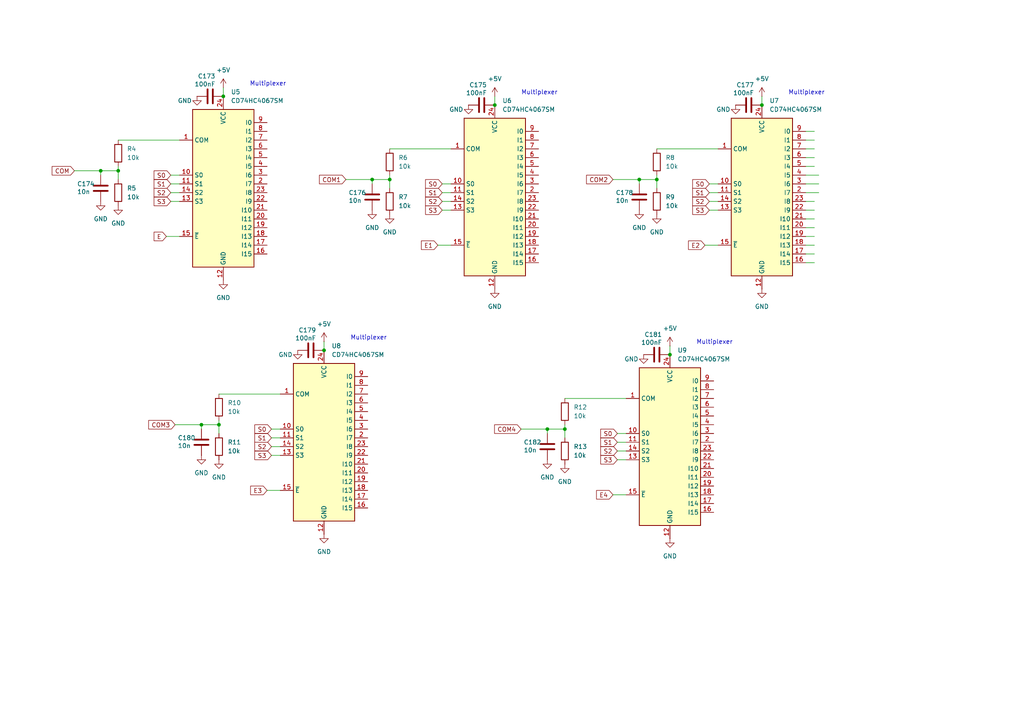
<source format=kicad_sch>
(kicad_sch (version 20231120) (generator "eeschema") (generator_version "8.0")
  (paper "A4")
  (lib_symbols
    (symbol "74xx:CD74HC4067SM"
      (property "Reference" "U" (at -8.89 22.86 0))
      (property "Value" "CD74HC4067SM" (at 1.27 22.86 0))
      (symbol "CD74HC4067SM_0_1"
        (rectangle (start -8.89 21.59) (end 8.89 -24.13) (stroke (width 0.254)) (fill (type background)))
      )
      (symbol "CD74HC4067SM_1_1"
        (pin passive line (at -12.7 12.7 0) (length 3.81) (name "COM") (number "1"))
        (pin input line (at -12.7 2.54 0) (length 3.81) (name "S0") (number "10"))
        (pin input line (at -12.7 0 0) (length 3.81) (name "S1") (number "11"))
        (pin power_in line (at 0 -27.94 90) (length 3.81) (name "GND") (number "12"))
        (pin input line (at -12.7 -5.08 0) (length 3.81) (name "S3") (number "13"))
        (pin input line (at -12.7 -2.54 0) (length 3.81) (name "S2") (number "14"))
        (pin input line (at -12.7 -15.24 0) (length 3.81) (name "~{E}") (number "15"))
        (pin passive line (at 12.7 -20.32 180) (length 3.81) (name "I15") (number "16"))
        (pin passive line (at 12.7 -17.78 180) (length 3.81) (name "I14") (number "17"))
        (pin passive line (at 12.7 -15.24 180) (length 3.81) (name "I13") (number "18"))
        (pin passive line (at 12.7 -12.7 180) (length 3.81) (name "I12") (number "19"))
        (pin passive line (at 12.7 0 180) (length 3.81) (name "I7") (number "2"))
        (pin passive line (at 12.7 -10.16 180) (length 3.81) (name "I11") (number "20"))
        (pin passive line (at 12.7 -7.62 180) (length 3.81) (name "I10") (number "21"))
        (pin passive line (at 12.7 -5.08 180) (length 3.81) (name "I9") (number "22"))
        (pin passive line (at 12.7 -2.54 180) (length 3.81) (name "I8") (number "23"))
        (pin power_in line (at 0 25.4 270) (length 3.81) (name "VCC") (number "24"))
        (pin passive line (at 12.7 2.54 180) (length 3.81) (name "I6") (number "3"))
        (pin passive line (at 12.7 5.08 180) (length 3.81) (name "I5") (number "4"))
        (pin passive line (at 12.7 7.62 180) (length 3.81) (name "I4") (number "5"))
        (pin passive line (at 12.7 10.16 180) (length 3.81) (name "I3") (number "6"))
        (pin passive line (at 12.7 12.7 180) (length 3.81) (name "I2") (number "7"))
        (pin passive line (at 12.7 15.24 180) (length 3.81) (name "I1") (number "8"))
        (pin passive line (at 12.7 17.78 180) (length 3.81) (name "I0") (number "9"))
      )
    )
    (symbol "Device:C" (pin_numbers hide) (pin_names (offset 0.254))
      (property "Reference" "C" (at 0.635 2.54 0))
      (property "Value" "C" (at 0.635 -2.54 0))
      (symbol "C_0_1"
        (polyline (pts (xy -2.032 -0.762) (xy 2.032 -0.762)) (stroke (width 0.508)))
        (polyline (pts (xy -2.032 0.762) (xy 2.032 0.762)) (stroke (width 0.508)))
      )
      (symbol "C_1_1"
        (pin passive line (at 0 3.81 270) (length 2.794) (name "~") (number "1"))
        (pin passive line (at 0 -3.81 90) (length 2.794) (name "~") (number "2"))
      )
    )
    (symbol "Device:R" (pin_numbers hide) (pin_names (offset 0))
      (property "Reference" "R" (at 2.032 0 90))
      (property "Value" "R" (at 0 0 90))
      (symbol "R_0_1"
        (rectangle (start -1.016 -2.54) (end 1.016 2.54) (stroke (width 0.254)))
      )
      (symbol "R_1_1"
        (pin passive line (at 0 3.81 270) (length 1.27) (name "~") (number "1"))
        (pin passive line (at 0 -3.81 90) (length 1.27) (name "~") (number "2"))
      )
    )
    (symbol "power:+5V" (power) (pin_numbers hide) (pin_names (offset 0) hide)
      (property "Value" "+5V" (at 0 3.556 0))
      (symbol "+5V_0_1"
        (polyline (pts (xy -0.762 1.27) (xy 0 2.54)))
        (polyline (pts (xy 0 0) (xy 0 2.54)))
        (polyline (pts (xy 0 2.54) (xy 0.762 1.27)))
      )
      (symbol "+5V_1_1"
        (pin power_in line (at 0 0 90) (length 0) (name "~") (number "1"))
      )
    )
    (symbol "power:GND" (power) (pin_numbers hide) (pin_names (offset 0) hide)
      (property "Value" "GND" (at 0 -3.81 0))
      (symbol "GND_0_1"
        (polyline (pts (xy 0 0) (xy 0 -1.27) (xy 1.27 -1.27) (xy 0 -2.54) (xy -1.27 -1.27) (xy 0 -1.27)))
      )
      (symbol "GND_1_1"
        (pin power_in line (at 0 0 270) (length 0) (name "~") (number "1"))
      )
    )
  )
  (junction (at 163.83 124.46))
  (junction (at 58.42 123.19))
  (junction (at 190.5 52.07))
  (junction (at 185.42 52.07))
  (junction (at 220.98 30.48))
  (junction (at 64.77 27.94))
  (junction (at 194.31 102.87))
  (junction (at 158.75 124.46))
  (junction (at 113.03 52.07))
  (junction (at 29.21 49.53))
  (junction (at 34.29 49.53))
  (junction (at 63.5 123.19))
  (junction (at 93.98 101.6))
  (junction (at 107.95 52.07))
  (junction (at 143.51 30.48))
  (wire (pts (xy 205.74 55.88) (xy 208.28 55.88)))
  (wire (pts (xy 158.75 124.46) (xy 163.83 124.46)))
  (wire (pts (xy 233.68 73.66) (xy 236.22 73.66)))
  (wire (pts (xy 107.95 52.07) (xy 113.03 52.07)))
  (wire (pts (xy 205.74 60.96) (xy 208.28 60.96)))
  (wire (pts (xy 233.68 45.72) (xy 236.22 45.72)))
  (wire (pts (xy 64.77 25.4) (xy 64.77 27.94)))
  (wire (pts (xy 34.29 40.64) (xy 52.07 40.64)))
  (wire (pts (xy 177.8 143.51) (xy 181.61 143.51)))
  (wire (pts (xy 233.68 43.18) (xy 236.22 43.18)))
  (wire (pts (xy 205.74 53.34) (xy 208.28 53.34)))
  (wire (pts (xy 48.26 68.58) (xy 52.07 68.58)))
  (wire (pts (xy 190.5 54.61) (xy 190.5 52.07)))
  (wire (pts (xy 233.68 38.1) (xy 236.22 38.1)))
  (wire (pts (xy 78.74 124.46) (xy 81.28 124.46)))
  (wire (pts (xy 158.75 124.46) (xy 158.75 125.73)))
  (wire (pts (xy 163.83 127) (xy 163.83 124.46)))
  (wire (pts (xy 205.74 58.42) (xy 208.28 58.42)))
  (wire (pts (xy 233.68 50.8) (xy 237.49 50.8)))
  (wire (pts (xy 49.53 53.34) (xy 52.07 53.34)))
  (wire (pts (xy 100.33 52.07) (xy 107.95 52.07)))
  (wire (pts (xy 233.68 58.42) (xy 236.22 58.42)))
  (wire (pts (xy 233.68 63.5) (xy 236.22 63.5)))
  (wire (pts (xy 220.98 27.94) (xy 220.98 30.48)))
  (wire (pts (xy 194.31 100.33) (xy 194.31 102.87)))
  (wire (pts (xy 63.5 125.73) (xy 63.5 123.19)))
  (wire (pts (xy 50.8 123.19) (xy 58.42 123.19)))
  (wire (pts (xy 204.47 71.12) (xy 208.28 71.12)))
  (wire (pts (xy 233.68 40.64) (xy 236.22 40.64)))
  (wire (pts (xy 143.51 27.94) (xy 143.51 30.48)))
  (wire (pts (xy 163.83 123.19) (xy 163.83 124.46)))
  (wire (pts (xy 128.27 60.96) (xy 130.81 60.96)))
  (wire (pts (xy 190.5 43.18) (xy 208.28 43.18)))
  (wire (pts (xy 233.68 76.2) (xy 236.22 76.2)))
  (wire (pts (xy 179.07 128.27) (xy 181.61 128.27)))
  (wire (pts (xy 34.29 52.07) (xy 34.29 49.53)))
  (wire (pts (xy 179.07 125.73) (xy 181.61 125.73)))
  (wire (pts (xy 63.5 121.92) (xy 63.5 123.19)))
  (wire (pts (xy 185.42 52.07) (xy 190.5 52.07)))
  (wire (pts (xy 49.53 58.42) (xy 52.07 58.42)))
  (wire (pts (xy 113.03 54.61) (xy 113.03 52.07)))
  (wire (pts (xy 63.5 114.3) (xy 81.28 114.3)))
  (wire (pts (xy 128.27 55.88) (xy 130.81 55.88)))
  (wire (pts (xy 190.5 50.8) (xy 190.5 52.07)))
  (wire (pts (xy 34.29 48.26) (xy 34.29 49.53)))
  (wire (pts (xy 128.27 53.34) (xy 130.81 53.34)))
  (wire (pts (xy 233.68 60.96) (xy 236.22 60.96)))
  (wire (pts (xy 233.68 48.26) (xy 236.22 48.26)))
  (wire (pts (xy 49.53 55.88) (xy 52.07 55.88)))
  (wire (pts (xy 179.07 133.35) (xy 181.61 133.35)))
  (wire (pts (xy 113.03 43.18) (xy 130.81 43.18)))
  (wire (pts (xy 58.42 123.19) (xy 58.42 124.46)))
  (wire (pts (xy 151.13 124.46) (xy 158.75 124.46)))
  (wire (pts (xy 29.21 49.53) (xy 29.21 50.8)))
  (wire (pts (xy 179.07 130.81) (xy 181.61 130.81)))
  (wire (pts (xy 21.59 49.53) (xy 29.21 49.53)))
  (wire (pts (xy 77.47 142.24) (xy 81.28 142.24)))
  (wire (pts (xy 107.95 52.07) (xy 107.95 53.34)))
  (wire (pts (xy 128.27 58.42) (xy 130.81 58.42)))
  (wire (pts (xy 185.42 52.07) (xy 185.42 53.34)))
  (wire (pts (xy 93.98 99.06) (xy 93.98 101.6)))
  (wire (pts (xy 78.74 129.54) (xy 81.28 129.54)))
  (wire (pts (xy 163.83 115.57) (xy 181.61 115.57)))
  (wire (pts (xy 113.03 50.8) (xy 113.03 52.07)))
  (wire (pts (xy 177.8 52.07) (xy 185.42 52.07)))
  (wire (pts (xy 49.53 50.8) (xy 52.07 50.8)))
  (wire (pts (xy 233.68 71.12) (xy 236.22 71.12)))
  (wire (pts (xy 233.68 53.34) (xy 237.49 53.34)))
  (wire (pts (xy 233.68 66.04) (xy 236.22 66.04)))
  (wire (pts (xy 233.68 55.88) (xy 237.49 55.88)))
  (wire (pts (xy 78.74 127) (xy 81.28 127)))
  (wire (pts (xy 127 71.12) (xy 130.81 71.12)))
  (wire (pts (xy 29.21 49.53) (xy 34.29 49.53)))
  (wire (pts (xy 78.74 132.08) (xy 81.28 132.08)))
  (wire (pts (xy 58.42 123.19) (xy 63.5 123.19)))
  (wire (pts (xy 233.68 68.58) (xy 236.22 68.58)))
  (text "Multiplexer" (at 77.724 24.384 0) (effects (font (size 1.27 1.27))))
  (text "Multiplexer" (at 233.934 26.924 0) (effects (font (size 1.27 1.27))))
  (text "Multiplexer" (at 156.464 26.924 0) (effects (font (size 1.27 1.27))))
  (text "Multiplexer" (at 207.264 99.314 0) (effects (font (size 1.27 1.27))))
  (text "Multiplexer" (at 106.934 98.044 0) (effects (font (size 1.27 1.27))))
  (global_label "S2" (shape input) (at 78.74 129.54 180) (property "Intersheetrefs" "${INTERSHEET_REFS}" (effects (hide yes))))
  (global_label "E" (shape input) (at 48.26 68.58 180) (property "Intersheetrefs" "${INTERSHEET_REFS}" (effects (hide yes))))
  (global_label "S0" (shape input) (at 49.53 50.8 180) (property "Intersheetrefs" "${INTERSHEET_REFS}" (effects (hide yes))))
  (global_label "S3" (shape input) (at 179.07 133.35 180) (property "Intersheetrefs" "${INTERSHEET_REFS}" (effects (hide yes))))
  (global_label "S2" (shape input) (at 179.07 130.81 180) (property "Intersheetrefs" "${INTERSHEET_REFS}" (effects (hide yes))))
  (global_label "S0" (shape input) (at 179.07 125.73 180) (property "Intersheetrefs" "${INTERSHEET_REFS}" (effects (hide yes))))
  (global_label "S3" (shape input) (at 49.53 58.42 180) (property "Intersheetrefs" "${INTERSHEET_REFS}" (effects (hide yes))))
  (global_label "E1" (shape input) (at 127 71.12 180) (property "Intersheetrefs" "${INTERSHEET_REFS}" (effects (hide yes))))
  (global_label "S0" (shape input) (at 205.74 53.34 180) (property "Intersheetrefs" "${INTERSHEET_REFS}" (effects (hide yes))))
  (global_label "COM2" (shape input) (at 177.8 52.07 180) (property "Intersheetrefs" "${INTERSHEET_REFS}" (effects (hide yes))))
  (global_label "S0" (shape input) (at 128.27 53.34 180) (property "Intersheetrefs" "${INTERSHEET_REFS}" (effects (hide yes))))
  (global_label "S3" (shape input) (at 128.27 60.96 180) (property "Intersheetrefs" "${INTERSHEET_REFS}" (effects (hide yes))))
  (global_label "E4" (shape input) (at 177.8 143.51 180) (property "Intersheetrefs" "${INTERSHEET_REFS}" (effects (hide yes))))
  (global_label "S0" (shape input) (at 78.74 124.46 180) (property "Intersheetrefs" "${INTERSHEET_REFS}" (effects (hide yes))))
  (global_label "S2" (shape input) (at 205.74 58.42 180) (property "Intersheetrefs" "${INTERSHEET_REFS}" (effects (hide yes))))
  (global_label "COM3" (shape input) (at 50.8 123.19 180) (property "Intersheetrefs" "${INTERSHEET_REFS}" (effects (hide yes))))
  (global_label "S1" (shape input) (at 49.53 53.34 180) (property "Intersheetrefs" "${INTERSHEET_REFS}" (effects (hide yes))))
  (global_label "E2" (shape input) (at 204.47 71.12 180) (property "Intersheetrefs" "${INTERSHEET_REFS}" (effects (hide yes))))
  (global_label "E3" (shape input) (at 77.47 142.24 180) (property "Intersheetrefs" "${INTERSHEET_REFS}" (effects (hide yes))))
  (global_label "COM4" (shape input) (at 151.13 124.46 180) (property "Intersheetrefs" "${INTERSHEET_REFS}" (effects (hide yes))))
  (global_label "S2" (shape input) (at 49.53 55.88 180) (property "Intersheetrefs" "${INTERSHEET_REFS}" (effects (hide yes))))
  (global_label "S3" (shape input) (at 78.74 132.08 180) (property "Intersheetrefs" "${INTERSHEET_REFS}" (effects (hide yes))))
  (global_label "COM1" (shape input) (at 100.33 52.07 180) (property "Intersheetrefs" "${INTERSHEET_REFS}" (effects (hide yes))))
  (global_label "S2" (shape input) (at 128.27 58.42 180) (property "Intersheetrefs" "${INTERSHEET_REFS}" (effects (hide yes))))
  (global_label "S3" (shape input) (at 205.74 60.96 180) (property "Intersheetrefs" "${INTERSHEET_REFS}" (effects (hide yes))))
  (global_label "S1" (shape input) (at 179.07 128.27 180) (property "Intersheetrefs" "${INTERSHEET_REFS}" (effects (hide yes))))
  (global_label "S1" (shape input) (at 78.74 127 180) (property "Intersheetrefs" "${INTERSHEET_REFS}" (effects (hide yes))))
  (global_label "S1" (shape input) (at 205.74 55.88 180) (property "Intersheetrefs" "${INTERSHEET_REFS}" (effects (hide yes))))
  (global_label "S1" (shape input) (at 128.27 55.88 180) (property "Intersheetrefs" "${INTERSHEET_REFS}" (effects (hide yes))))
  (global_label "COM" (shape input) (at 21.59 49.53 180) (property "Intersheetrefs" "${INTERSHEET_REFS}" (effects (hide yes))))
  (symbol (lib_id "power:GND") (at 220.98 83.82 0) (unit 1)
    (property "Reference" "#PWR0436" (effects (hide yes)))
    (property "Value" "GND" (at 220.98 88.9 0))
    (property "Description" "Power symbol creates a global label with name \"GND\" , ground" (effects (hide yes)))
  )
  (symbol (lib_id "Device:R") (at 34.29 44.45 0) (unit 1)
    (property "Reference" "R4" (at 36.83 43.1799 0) (effects (justify left)))
    (property "Value" "10k" (at 36.83 45.7199 0) (effects (justify left)))
    (property "Footprint" "Resistor_SMD:R_0402_1005Metric" (effects (hide yes)))
    (property "Description" "Resistor" (effects (hide yes)))
  )
  (symbol (lib_id "power:GND") (at 58.42 132.08 0) (unit 1)
    (property "Reference" "#PWR0439" (effects (hide yes)))
    (property "Value" "GND" (at 58.42 137.16 0))
    (property "Description" "Power symbol creates a global label with name \"GND\" , ground" (effects (hide yes)))
  )
  (symbol (lib_id "power:GND") (at 213.36 30.48 0) (unit 1)
    (property "Reference" "#PWR0433" (effects (hide yes)))
    (property "Value" "GND" (at 209.804 31.75 0))
    (property "Description" "Power symbol creates a global label with name \"GND\" , ground" (effects (hide yes)))
  )
  (symbol (lib_id "74xx:CD74HC4067SM") (at 93.98 127 0) (unit 1)
    (property "Reference" "U8" (at 96.1741 100.33 0) (effects (justify left)))
    (property "Value" "CD74HC4067SM" (at 96.1741 102.87 0) (effects (justify left)))
    (property "Footprint" "Package_SO:SSOP-24_5.3x8.2mm_P0.65mm" (effects (hide yes)))
    (property "Datasheet" "http://www.ti.com/lit/ds/symlink/cd74hc4067.pdf" (effects (hide yes)))
    (property "Description" "High-Speed CMOS Logic 16-Channel Analog Multiplexer/Demultiplexer, SSOP-24" (effects (hide yes)))
  )
  (symbol (lib_id "power:GND") (at 57.15 27.94 0) (unit 1)
    (property "Reference" "#PWR0423" (effects (hide yes)))
    (property "Value" "GND" (at 53.594 29.21 0))
    (property "Description" "Power symbol creates a global label with name \"GND\" , ground" (effects (hide yes)))
  )
  (symbol (lib_id "power:GND") (at 63.5 133.35 0) (unit 1)
    (property "Reference" "#PWR0440" (effects (hide yes)))
    (property "Value" "GND" (at 63.5 138.43 0))
    (property "Description" "Power symbol creates a global label with name \"GND\" , ground" (effects (hide yes)))
  )
  (symbol (lib_id "power:GND") (at 64.77 81.28 0) (unit 1)
    (property "Reference" "#PWR0426" (effects (hide yes)))
    (property "Value" "GND" (at 64.77 86.36 0))
    (property "Description" "Power symbol creates a global label with name \"GND\" , ground" (effects (hide yes)))
  )
  (symbol (lib_id "Device:R") (at 190.5 58.42 0) (unit 1)
    (property "Reference" "R9" (at 193.04 57.1499 0) (effects (justify left)))
    (property "Value" "10k" (at 193.04 59.6899 0) (effects (justify left)))
    (property "Footprint" "Resistor_SMD:R_0402_1005Metric" (effects (hide yes)))
    (property "Description" "Resistor" (effects (hide yes)))
  )
  (symbol (lib_id "Device:C") (at 185.42 57.15 0) (unit 1)
    (property "Reference" "C178" (at 178.562 55.88 0) (effects (justify left)))
    (property "Value" "10n" (at 178.562 58.166 0) (effects (justify left)))
    (property "Footprint" "Capacitor_SMD:C_0402_1005Metric" (effects (hide yes)))
    (property "Description" "Unpolarized capacitor" (effects (hide yes)))
  )
  (symbol (lib_id "Device:C") (at 29.21 54.61 0) (unit 1)
    (property "Reference" "C174" (at 22.352 53.34 0) (effects (justify left)))
    (property "Value" "10n" (at 22.352 55.626 0) (effects (justify left)))
    (property "Footprint" "Capacitor_SMD:C_0402_1005Metric" (effects (hide yes)))
    (property "Description" "Unpolarized capacitor" (effects (hide yes)))
  )
  (symbol (lib_id "power:GND") (at 158.75 133.35 0) (unit 1)
    (property "Reference" "#PWR0444" (effects (hide yes)))
    (property "Value" "GND" (at 158.75 138.43 0))
    (property "Description" "Power symbol creates a global label with name \"GND\" , ground" (effects (hide yes)))
  )
  (symbol (lib_id "power:GND") (at 185.42 60.96 0) (unit 1)
    (property "Reference" "#PWR0434" (effects (hide yes)))
    (property "Value" "GND" (at 185.42 66.04 0))
    (property "Description" "Power symbol creates a global label with name \"GND\" , ground" (effects (hide yes)))
  )
  (symbol (lib_id "Device:R") (at 63.5 129.54 0) (unit 1)
    (property "Reference" "R11" (at 66.04 128.2699 0) (effects (justify left)))
    (property "Value" "10k" (at 66.04 130.8099 0) (effects (justify left)))
    (property "Footprint" "Resistor_SMD:R_0402_1005Metric" (effects (hide yes)))
    (property "Description" "Resistor" (effects (hide yes)))
  )
  (symbol (lib_id "Device:C") (at 107.95 57.15 0) (unit 1)
    (property "Reference" "C176" (at 101.092 55.88 0) (effects (justify left)))
    (property "Value" "10n" (at 101.092 58.166 0) (effects (justify left)))
    (property "Footprint" "Capacitor_SMD:C_0402_1005Metric" (effects (hide yes)))
    (property "Description" "Unpolarized capacitor" (effects (hide yes)))
  )
  (symbol (lib_id "Device:C") (at 139.7 30.48 90) (unit 1)
    (property "Reference" "C175" (at 141.224 24.638 90) (effects (justify left)))
    (property "Value" "100nF" (at 141.224 26.9494 90) (effects (justify left)))
    (property "Footprint" "Capacitor_SMD:C_0402_1005Metric" (effects (hide yes)))
    (property "LCSC" "C307331" (effects (hide yes)))
  )
  (symbol (lib_id "power:GND") (at 107.95 60.96 0) (unit 1)
    (property "Reference" "#PWR0429" (effects (hide yes)))
    (property "Value" "GND" (at 107.95 66.04 0))
    (property "Description" "Power symbol creates a global label with name \"GND\" , ground" (effects (hide yes)))
  )
  (symbol (lib_id "power:GND") (at 29.21 58.42 0) (unit 1)
    (property "Reference" "#PWR0424" (effects (hide yes)))
    (property "Value" "GND" (at 29.21 63.5 0))
    (property "Description" "Power symbol creates a global label with name \"GND\" , ground" (effects (hide yes)))
  )
  (symbol (lib_id "Device:C") (at 58.42 128.27 0) (unit 1)
    (property "Reference" "C180" (at 51.562 127 0) (effects (justify left)))
    (property "Value" "10n" (at 51.562 129.286 0) (effects (justify left)))
    (property "Footprint" "Capacitor_SMD:C_0402_1005Metric" (effects (hide yes)))
    (property "Description" "Unpolarized capacitor" (effects (hide yes)))
  )
  (symbol (lib_id "power:+5V") (at 93.98 99.06 0) (unit 1)
    (property "Reference" "#PWR0437" (effects (hide yes)))
    (property "Value" "+5V" (at 93.98 93.98 0))
  )
  (symbol (lib_id "Device:R") (at 190.5 46.99 0) (unit 1)
    (property "Reference" "R8" (at 193.04 45.7199 0) (effects (justify left)))
    (property "Value" "10k" (at 193.04 48.2599 0) (effects (justify left)))
    (property "Footprint" "Resistor_SMD:R_0402_1005Metric" (effects (hide yes)))
    (property "Description" "Resistor" (effects (hide yes)))
  )
  (symbol (lib_id "power:GND") (at 34.29 59.69 0) (unit 1)
    (property "Reference" "#PWR0425" (effects (hide yes)))
    (property "Value" "GND" (at 34.29 64.77 0))
    (property "Description" "Power symbol creates a global label with name \"GND\" , ground" (effects (hide yes)))
  )
  (symbol (lib_id "power:+5V") (at 143.51 27.94 0) (unit 1)
    (property "Reference" "#PWR0427" (effects (hide yes)))
    (property "Value" "+5V" (at 143.51 22.86 0))
  )
  (symbol (lib_id "power:GND") (at 190.5 62.23 0) (unit 1)
    (property "Reference" "#PWR0435" (effects (hide yes)))
    (property "Value" "GND" (at 190.5 67.31 0))
    (property "Description" "Power symbol creates a global label with name \"GND\" , ground" (effects (hide yes)))
  )
  (symbol (lib_id "power:GND") (at 113.03 62.23 0) (unit 1)
    (property "Reference" "#PWR0430" (effects (hide yes)))
    (property "Value" "GND" (at 113.03 67.31 0))
    (property "Description" "Power symbol creates a global label with name \"GND\" , ground" (effects (hide yes)))
  )
  (symbol (lib_id "power:GND") (at 93.98 154.94 0) (unit 1)
    (property "Reference" "#PWR0441" (effects (hide yes)))
    (property "Value" "GND" (at 93.98 160.02 0))
    (property "Description" "Power symbol creates a global label with name \"GND\" , ground" (effects (hide yes)))
  )
  (symbol (lib_id "74xx:CD74HC4067SM") (at 64.77 53.34 0) (unit 1)
    (property "Reference" "U5" (at 66.9641 26.67 0) (effects (justify left)))
    (property "Value" "CD74HC4067SM" (at 66.9641 29.21 0) (effects (justify left)))
    (property "Footprint" "Package_SO:SSOP-24_5.3x8.2mm_P0.65mm" (effects (hide yes)))
    (property "Datasheet" "http://www.ti.com/lit/ds/symlink/cd74hc4067.pdf" (effects (hide yes)))
    (property "Description" "High-Speed CMOS Logic 16-Channel Analog Multiplexer/Demultiplexer, SSOP-24" (effects (hide yes)))
  )
  (symbol (lib_id "Device:C") (at 60.96 27.94 90) (unit 1)
    (property "Reference" "C173" (at 62.484 22.098 90) (effects (justify left)))
    (property "Value" "100nF" (at 62.484 24.4094 90) (effects (justify left)))
    (property "Footprint" "Capacitor_SMD:C_0402_1005Metric" (effects (hide yes)))
    (property "LCSC" "C307331" (effects (hide yes)))
  )
  (symbol (lib_id "Device:C") (at 90.17 101.6 90) (unit 1)
    (property "Reference" "C179" (at 91.694 95.758 90) (effects (justify left)))
    (property "Value" "100nF" (at 91.694 98.0694 90) (effects (justify left)))
    (property "Footprint" "Capacitor_SMD:C_0402_1005Metric" (effects (hide yes)))
    (property "LCSC" "C307331" (effects (hide yes)))
  )
  (symbol (lib_id "Device:R") (at 63.5 118.11 0) (unit 1)
    (property "Reference" "R10" (at 66.04 116.8399 0) (effects (justify left)))
    (property "Value" "10k" (at 66.04 119.3799 0) (effects (justify left)))
    (property "Footprint" "Resistor_SMD:R_0402_1005Metric" (effects (hide yes)))
    (property "Description" "Resistor" (effects (hide yes)))
  )
  (symbol (lib_id "Device:R") (at 34.29 55.88 0) (unit 1)
    (property "Reference" "R5" (at 36.83 54.6099 0) (effects (justify left)))
    (property "Value" "10k" (at 36.83 57.1499 0) (effects (justify left)))
    (property "Footprint" "Resistor_SMD:R_0402_1005Metric" (effects (hide yes)))
    (property "Description" "Resistor" (effects (hide yes)))
  )
  (symbol (lib_id "power:GND") (at 163.83 134.62 0) (unit 1)
    (property "Reference" "#PWR0445" (effects (hide yes)))
    (property "Value" "GND" (at 163.83 139.7 0))
    (property "Description" "Power symbol creates a global label with name \"GND\" , ground" (effects (hide yes)))
  )
  (symbol (lib_id "Device:R") (at 163.83 130.81 0) (unit 1)
    (property "Reference" "R13" (at 166.37 129.5399 0) (effects (justify left)))
    (property "Value" "10k" (at 166.37 132.0799 0) (effects (justify left)))
    (property "Footprint" "Resistor_SMD:R_0402_1005Metric" (effects (hide yes)))
    (property "Description" "Resistor" (effects (hide yes)))
  )
  (symbol (lib_id "74xx:CD74HC4067SM") (at 220.98 55.88 0) (unit 1)
    (property "Reference" "U7" (at 223.1741 29.21 0) (effects (justify left)))
    (property "Value" "CD74HC4067SM" (at 223.1741 31.75 0) (effects (justify left)))
    (property "Footprint" "Package_SO:SSOP-24_5.3x8.2mm_P0.65mm" (effects (hide yes)))
    (property "Datasheet" "http://www.ti.com/lit/ds/symlink/cd74hc4067.pdf" (effects (hide yes)))
    (property "Description" "High-Speed CMOS Logic 16-Channel Analog Multiplexer/Demultiplexer, SSOP-24" (effects (hide yes)))
  )
  (symbol (lib_id "Device:R") (at 163.83 119.38 0) (unit 1)
    (property "Reference" "R12" (at 166.37 118.1099 0) (effects (justify left)))
    (property "Value" "10k" (at 166.37 120.6499 0) (effects (justify left)))
    (property "Footprint" "Resistor_SMD:R_0402_1005Metric" (effects (hide yes)))
    (property "Description" "Resistor" (effects (hide yes)))
  )
  (symbol (lib_id "power:GND") (at 135.89 30.48 0) (unit 1)
    (property "Reference" "#PWR0428" (effects (hide yes)))
    (property "Value" "GND" (at 132.334 31.75 0))
    (property "Description" "Power symbol creates a global label with name \"GND\" , ground" (effects (hide yes)))
  )
  (symbol (lib_id "power:GND") (at 194.31 156.21 0) (unit 1)
    (property "Reference" "#PWR0446" (effects (hide yes)))
    (property "Value" "GND" (at 194.31 161.29 0))
    (property "Description" "Power symbol creates a global label with name \"GND\" , ground" (effects (hide yes)))
  )
  (symbol (lib_id "74xx:CD74HC4067SM") (at 143.51 55.88 0) (unit 1)
    (property "Reference" "U6" (at 145.7041 29.21 0) (effects (justify left)))
    (property "Value" "CD74HC4067SM" (at 145.7041 31.75 0) (effects (justify left)))
    (property "Footprint" "Package_SO:SSOP-24_5.3x8.2mm_P0.65mm" (effects (hide yes)))
    (property "Datasheet" "http://www.ti.com/lit/ds/symlink/cd74hc4067.pdf" (effects (hide yes)))
    (property "Description" "High-Speed CMOS Logic 16-Channel Analog Multiplexer/Demultiplexer, SSOP-24" (effects (hide yes)))
  )
  (symbol (lib_id "power:+5V") (at 64.77 25.4 0) (unit 1)
    (property "Reference" "#PWR0422" (effects (hide yes)))
    (property "Value" "+5V" (at 64.77 20.32 0))
  )
  (symbol (lib_id "power:+5V") (at 220.98 27.94 0) (unit 1)
    (property "Reference" "#PWR0432" (effects (hide yes)))
    (property "Value" "+5V" (at 220.98 22.86 0))
  )
  (symbol (lib_id "Device:R") (at 113.03 46.99 0) (unit 1)
    (property "Reference" "R6" (at 115.57 45.7199 0) (effects (justify left)))
    (property "Value" "10k" (at 115.57 48.2599 0) (effects (justify left)))
    (property "Footprint" "Resistor_SMD:R_0402_1005Metric" (effects (hide yes)))
    (property "Description" "Resistor" (effects (hide yes)))
  )
  (symbol (lib_id "Device:C") (at 158.75 129.54 0) (unit 1)
    (property "Reference" "C182" (at 151.892 128.27 0) (effects (justify left)))
    (property "Value" "10n" (at 151.892 130.556 0) (effects (justify left)))
    (property "Footprint" "Capacitor_SMD:C_0402_1005Metric" (effects (hide yes)))
    (property "Description" "Unpolarized capacitor" (effects (hide yes)))
  )
  (symbol (lib_id "74xx:CD74HC4067SM") (at 194.31 128.27 0) (unit 1)
    (property "Reference" "U9" (at 196.5041 101.6 0) (effects (justify left)))
    (property "Value" "CD74HC4067SM" (at 196.5041 104.14 0) (effects (justify left)))
    (property "Footprint" "Package_SO:SSOP-24_5.3x8.2mm_P0.65mm" (effects (hide yes)))
    (property "Datasheet" "http://www.ti.com/lit/ds/symlink/cd74hc4067.pdf" (effects (hide yes)))
    (property "Description" "High-Speed CMOS Logic 16-Channel Analog Multiplexer/Demultiplexer, SSOP-24" (effects (hide yes)))
  )
  (symbol (lib_id "power:GND") (at 186.69 102.87 0) (unit 1)
    (property "Reference" "#PWR0443" (effects (hide yes)))
    (property "Value" "GND" (at 183.134 104.14 0))
    (property "Description" "Power symbol creates a global label with name \"GND\" , ground" (effects (hide yes)))
  )
  (symbol (lib_id "Device:C") (at 190.5 102.87 90) (unit 1)
    (property "Reference" "C181" (at 192.024 97.028 90) (effects (justify left)))
    (property "Value" "100nF" (at 192.024 99.3394 90) (effects (justify left)))
    (property "Footprint" "Capacitor_SMD:C_0402_1005Metric" (effects (hide yes)))
    (property "LCSC" "C307331" (effects (hide yes)))
  )
  (symbol (lib_id "power:GND") (at 86.36 101.6 0) (unit 1)
    (property "Reference" "#PWR0438" (effects (hide yes)))
    (property "Value" "GND" (at 82.804 102.87 0))
    (property "Description" "Power symbol creates a global label with name \"GND\" , ground" (effects (hide yes)))
  )
  (symbol (lib_id "power:GND") (at 143.51 83.82 0) (unit 1)
    (property "Reference" "#PWR0431" (effects (hide yes)))
    (property "Value" "GND" (at 143.51 88.9 0))
    (property "Description" "Power symbol creates a global label with name \"GND\" , ground" (effects (hide yes)))
  )
  (symbol (lib_id "Device:R") (at 113.03 58.42 0) (unit 1)
    (property "Reference" "R7" (at 115.57 57.1499 0) (effects (justify left)))
    (property "Value" "10k" (at 115.57 59.6899 0) (effects (justify left)))
    (property "Footprint" "Resistor_SMD:R_0402_1005Metric" (effects (hide yes)))
    (property "Description" "Resistor" (effects (hide yes)))
  )
  (symbol (lib_id "power:+5V") (at 194.31 100.33 0) (unit 1)
    (property "Reference" "#PWR0442" (effects (hide yes)))
    (property "Value" "+5V" (at 194.31 95.25 0))
  )
  (symbol (lib_id "Device:C") (at 217.17 30.48 90) (unit 1)
    (property "Reference" "C177" (at 218.694 24.638 90) (effects (justify left)))
    (property "Value" "100nF" (at 218.694 26.9494 90) (effects (justify left)))
    (property "Footprint" "Capacitor_SMD:C_0402_1005Metric" (effects (hide yes)))
    (property "LCSC" "C307331" (effects (hide yes)))
  )
)
</source>
